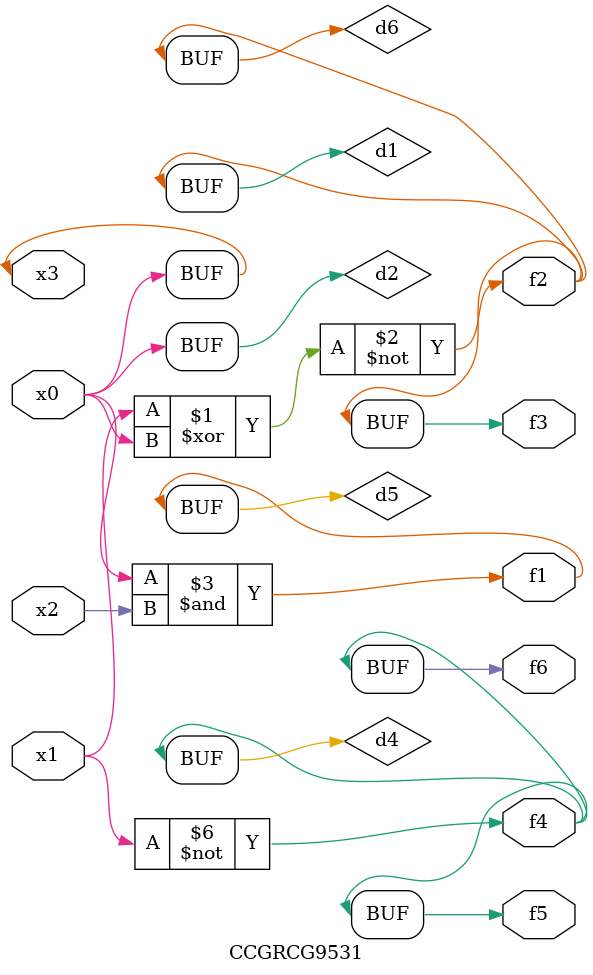
<source format=v>
module CCGRCG9531(
	input x0, x1, x2, x3,
	output f1, f2, f3, f4, f5, f6
);

	wire d1, d2, d3, d4, d5, d6;

	xnor (d1, x1, x3);
	buf (d2, x0, x3);
	nand (d3, x0, x2);
	not (d4, x1);
	nand (d5, d3);
	or (d6, d1);
	assign f1 = d5;
	assign f2 = d6;
	assign f3 = d6;
	assign f4 = d4;
	assign f5 = d4;
	assign f6 = d4;
endmodule

</source>
